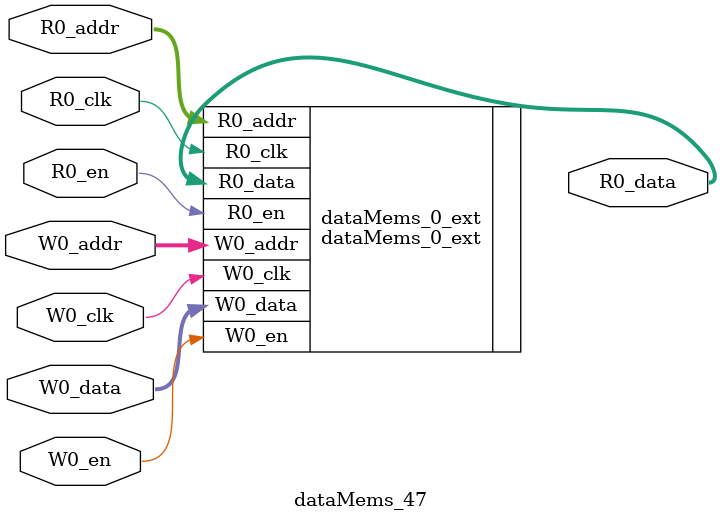
<source format=sv>
`ifndef RANDOMIZE
  `ifdef RANDOMIZE_REG_INIT
    `define RANDOMIZE
  `endif // RANDOMIZE_REG_INIT
`endif // not def RANDOMIZE
`ifndef RANDOMIZE
  `ifdef RANDOMIZE_MEM_INIT
    `define RANDOMIZE
  `endif // RANDOMIZE_MEM_INIT
`endif // not def RANDOMIZE

`ifndef RANDOM
  `define RANDOM $random
`endif // not def RANDOM

// Users can define 'PRINTF_COND' to add an extra gate to prints.
`ifndef PRINTF_COND_
  `ifdef PRINTF_COND
    `define PRINTF_COND_ (`PRINTF_COND)
  `else  // PRINTF_COND
    `define PRINTF_COND_ 1
  `endif // PRINTF_COND
`endif // not def PRINTF_COND_

// Users can define 'ASSERT_VERBOSE_COND' to add an extra gate to assert error printing.
`ifndef ASSERT_VERBOSE_COND_
  `ifdef ASSERT_VERBOSE_COND
    `define ASSERT_VERBOSE_COND_ (`ASSERT_VERBOSE_COND)
  `else  // ASSERT_VERBOSE_COND
    `define ASSERT_VERBOSE_COND_ 1
  `endif // ASSERT_VERBOSE_COND
`endif // not def ASSERT_VERBOSE_COND_

// Users can define 'STOP_COND' to add an extra gate to stop conditions.
`ifndef STOP_COND_
  `ifdef STOP_COND
    `define STOP_COND_ (`STOP_COND)
  `else  // STOP_COND
    `define STOP_COND_ 1
  `endif // STOP_COND
`endif // not def STOP_COND_

// Users can define INIT_RANDOM as general code that gets injected into the
// initializer block for modules with registers.
`ifndef INIT_RANDOM
  `define INIT_RANDOM
`endif // not def INIT_RANDOM

// If using random initialization, you can also define RANDOMIZE_DELAY to
// customize the delay used, otherwise 0.002 is used.
`ifndef RANDOMIZE_DELAY
  `define RANDOMIZE_DELAY 0.002
`endif // not def RANDOMIZE_DELAY

// Define INIT_RANDOM_PROLOG_ for use in our modules below.
`ifndef INIT_RANDOM_PROLOG_
  `ifdef RANDOMIZE
    `ifdef VERILATOR
      `define INIT_RANDOM_PROLOG_ `INIT_RANDOM
    `else  // VERILATOR
      `define INIT_RANDOM_PROLOG_ `INIT_RANDOM #`RANDOMIZE_DELAY begin end
    `endif // VERILATOR
  `else  // RANDOMIZE
    `define INIT_RANDOM_PROLOG_
  `endif // RANDOMIZE
`endif // not def INIT_RANDOM_PROLOG_

// Include register initializers in init blocks unless synthesis is set
`ifndef SYNTHESIS
  `ifndef ENABLE_INITIAL_REG_
    `define ENABLE_INITIAL_REG_
  `endif // not def ENABLE_INITIAL_REG_
`endif // not def SYNTHESIS

// Include rmemory initializers in init blocks unless synthesis is set
`ifndef SYNTHESIS
  `ifndef ENABLE_INITIAL_MEM_
    `define ENABLE_INITIAL_MEM_
  `endif // not def ENABLE_INITIAL_MEM_
`endif // not def SYNTHESIS

module dataMems_47(	// @[generators/ara/src/main/scala/UnsafeAXI4ToTL.scala:365:62]
  input  [4:0]  R0_addr,
  input         R0_en,
  input         R0_clk,
  output [66:0] R0_data,
  input  [4:0]  W0_addr,
  input         W0_en,
  input         W0_clk,
  input  [66:0] W0_data
);

  dataMems_0_ext dataMems_0_ext (	// @[generators/ara/src/main/scala/UnsafeAXI4ToTL.scala:365:62]
    .R0_addr (R0_addr),
    .R0_en   (R0_en),
    .R0_clk  (R0_clk),
    .R0_data (R0_data),
    .W0_addr (W0_addr),
    .W0_en   (W0_en),
    .W0_clk  (W0_clk),
    .W0_data (W0_data)
  );
endmodule


</source>
